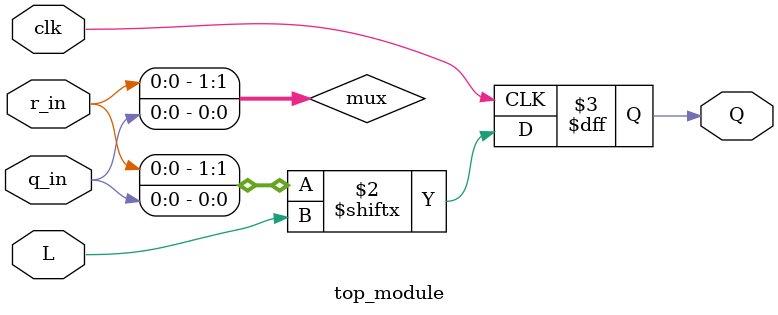
<source format=v>
module top_module (
	input clk,
	input L,
	input r_in,
	input q_in,
	output reg Q);
    wire [1:0] mux = {r_in,q_in};
    always @(posedge clk) begin
        Q <= mux[L];
    end
endmodule

</source>
